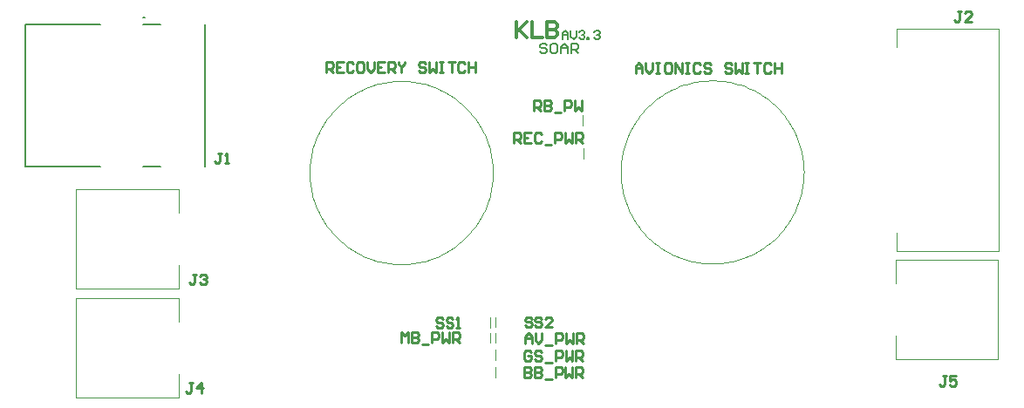
<source format=gto>
G04*
G04 #@! TF.GenerationSoftware,Altium Limited,Altium Designer,20.1.14 (287)*
G04*
G04 Layer_Color=65535*
%FSLAX25Y25*%
%MOIN*%
G70*
G04*
G04 #@! TF.SameCoordinates,F3919BB7-7B28-4886-AACB-0E40FDAB0E15*
G04*
G04*
G04 #@! TF.FilePolarity,Positive*
G04*
G01*
G75*
%ADD10C,0.00394*%
%ADD11C,0.00787*%
%ADD12C,0.00500*%
%ADD13C,0.01181*%
%ADD14C,0.01000*%
D10*
X153454Y88868D02*
X153439Y89868D01*
X153397Y90867D01*
X153325Y91864D01*
X153226Y92858D01*
X153097Y93849D01*
X152941Y94837D01*
X152757Y95819D01*
X152544Y96796D01*
X152304Y97766D01*
X152036Y98729D01*
X151741Y99684D01*
X151418Y100630D01*
X151069Y101567D01*
X150693Y102493D01*
X150291Y103408D01*
X149863Y104311D01*
X149409Y105202D01*
X148930Y106079D01*
X148426Y106942D01*
X147898Y107791D01*
X147345Y108624D01*
X146769Y109441D01*
X146170Y110241D01*
X145549Y111024D01*
X144905Y111789D01*
X144240Y112535D01*
X143553Y113261D01*
X142847Y113968D01*
X142120Y114655D01*
X141374Y115320D01*
X140609Y115963D01*
X139826Y116585D01*
X139026Y117184D01*
X138209Y117760D01*
X137376Y118312D01*
X136528Y118841D01*
X135664Y119345D01*
X134787Y119824D01*
X133896Y120278D01*
X132993Y120706D01*
X132078Y121108D01*
X131152Y121484D01*
X130215Y121833D01*
X129269Y122155D01*
X128314Y122451D01*
X127351Y122719D01*
X126381Y122959D01*
X125404Y123171D01*
X124422Y123356D01*
X123435Y123512D01*
X122443Y123640D01*
X121449Y123740D01*
X120452Y123811D01*
X119453Y123854D01*
X118454Y123869D01*
X117454Y123854D01*
X116456Y123811D01*
X115459Y123740D01*
X114464Y123640D01*
X113473Y123512D01*
X112485Y123356D01*
X111503Y123171D01*
X110526Y122959D01*
X109556Y122719D01*
X108593Y122451D01*
X107638Y122155D01*
X106692Y121833D01*
X105755Y121484D01*
X104829Y121108D01*
X103914Y120706D01*
X103011Y120278D01*
X102120Y119824D01*
X101243Y119345D01*
X100380Y118841D01*
X99531Y118312D01*
X98698Y117760D01*
X97881Y117184D01*
X97081Y116585D01*
X96298Y115963D01*
X95534Y115320D01*
X94788Y114655D01*
X94061Y113968D01*
X93354Y113261D01*
X92668Y112535D01*
X92002Y111789D01*
X91359Y111024D01*
X90737Y110241D01*
X90138Y109441D01*
X89562Y108624D01*
X89010Y107791D01*
X88481Y106942D01*
X87978Y106079D01*
X87498Y105202D01*
X87045Y104311D01*
X86616Y103408D01*
X86214Y102493D01*
X85838Y101567D01*
X85489Y100630D01*
X85167Y99684D01*
X84871Y98729D01*
X84604Y97766D01*
X84363Y96796D01*
X84151Y95819D01*
X83966Y94837D01*
X83810Y93850D01*
X83682Y92858D01*
X83582Y91864D01*
X83511Y90867D01*
X83468Y89868D01*
X83454Y88868D01*
X83468Y87869D01*
X83511Y86870D01*
X83582Y85873D01*
X83682Y84879D01*
X83810Y83887D01*
X83966Y82900D01*
X84151Y81918D01*
X84363Y80941D01*
X84604Y79971D01*
X84871Y79008D01*
X85167Y78053D01*
X85489Y77107D01*
X85838Y76170D01*
X86214Y75244D01*
X86616Y74329D01*
X87045Y73426D01*
X87498Y72535D01*
X87978Y71658D01*
X88481Y70795D01*
X89010Y69946D01*
X89562Y69113D01*
X90138Y68296D01*
X90737Y67496D01*
X91359Y66713D01*
X92002Y65948D01*
X92668Y65202D01*
X93354Y64476D01*
X94061Y63769D01*
X94788Y63082D01*
X95534Y62417D01*
X96298Y61774D01*
X97081Y61152D01*
X97881Y60553D01*
X98698Y59977D01*
X99531Y59425D01*
X100380Y58896D01*
X101243Y58392D01*
X102120Y57913D01*
X103011Y57459D01*
X103914Y57031D01*
X104829Y56629D01*
X105755Y56253D01*
X106692Y55904D01*
X107638Y55581D01*
X108593Y55286D01*
X109556Y55018D01*
X110526Y54778D01*
X111503Y54566D01*
X112486Y54381D01*
X113473Y54225D01*
X114464Y54097D01*
X115459Y53997D01*
X116456Y53926D01*
X117454Y53883D01*
X118454Y53869D01*
X119453Y53883D01*
X120452Y53926D01*
X121449Y53997D01*
X122443Y54097D01*
X123435Y54225D01*
X124422Y54381D01*
X125404Y54566D01*
X126381Y54778D01*
X127351Y55018D01*
X128314Y55286D01*
X129269Y55582D01*
X130215Y55904D01*
X131152Y56253D01*
X132078Y56629D01*
X132993Y57031D01*
X133896Y57460D01*
X134787Y57913D01*
X135664Y58392D01*
X136528Y58896D01*
X137376Y59425D01*
X138209Y59977D01*
X139026Y60553D01*
X139826Y61152D01*
X140609Y61774D01*
X141374Y62417D01*
X142120Y63082D01*
X142846Y63769D01*
X143553Y64476D01*
X144239Y65202D01*
X144905Y65948D01*
X145548Y66713D01*
X146170Y67496D01*
X146769Y68296D01*
X147345Y69113D01*
X147897Y69946D01*
X148426Y70794D01*
X148930Y71658D01*
X149409Y72535D01*
X149863Y73426D01*
X150291Y74329D01*
X150693Y75244D01*
X151069Y76170D01*
X151418Y77107D01*
X151741Y78053D01*
X152036Y79008D01*
X152304Y79971D01*
X152544Y80941D01*
X152757Y81918D01*
X152941Y82900D01*
X153097Y83887D01*
X153226Y84878D01*
X153325Y85873D01*
X153397Y86870D01*
X153439Y87869D01*
X153454Y88868D01*
X272284Y89099D02*
X272269Y90098D01*
X272227Y91097D01*
X272155Y92094D01*
X272056Y93088D01*
X271927Y94080D01*
X271771Y95067D01*
X271586Y96049D01*
X271374Y97026D01*
X271134Y97996D01*
X270866Y98959D01*
X270571Y99914D01*
X270248Y100860D01*
X269899Y101797D01*
X269523Y102723D01*
X269121Y103638D01*
X268693Y104541D01*
X268239Y105432D01*
X267760Y106309D01*
X267256Y107172D01*
X266727Y108021D01*
X266175Y108854D01*
X265599Y109671D01*
X265000Y110471D01*
X264379Y111254D01*
X263735Y112019D01*
X263070Y112765D01*
X262383Y113491D01*
X261677Y114198D01*
X260950Y114884D01*
X260204Y115550D01*
X259439Y116193D01*
X258656Y116815D01*
X257856Y117414D01*
X257039Y117990D01*
X256206Y118542D01*
X255358Y119071D01*
X254494Y119575D01*
X253617Y120054D01*
X252726Y120508D01*
X251823Y120936D01*
X250908Y121338D01*
X249982Y121714D01*
X249045Y122063D01*
X248099Y122386D01*
X247144Y122681D01*
X246181Y122949D01*
X245211Y123189D01*
X244234Y123401D01*
X243252Y123586D01*
X242265Y123742D01*
X241273Y123870D01*
X240279Y123970D01*
X239282Y124041D01*
X238283Y124084D01*
X237284Y124099D01*
X236284Y124084D01*
X235286Y124041D01*
X234289Y123970D01*
X233294Y123870D01*
X232303Y123742D01*
X231315Y123586D01*
X230333Y123401D01*
X229356Y123189D01*
X228386Y122949D01*
X227423Y122681D01*
X226468Y122386D01*
X225522Y122063D01*
X224585Y121714D01*
X223659Y121338D01*
X222744Y120936D01*
X221841Y120508D01*
X220950Y120054D01*
X220073Y119575D01*
X219210Y119071D01*
X218361Y118542D01*
X217528Y117990D01*
X216711Y117414D01*
X215911Y116815D01*
X215128Y116193D01*
X214364Y115550D01*
X213618Y114884D01*
X212891Y114198D01*
X212184Y113491D01*
X211498Y112765D01*
X210833Y112019D01*
X210189Y111254D01*
X209567Y110471D01*
X208968Y109671D01*
X208392Y108854D01*
X207840Y108021D01*
X207312Y107173D01*
X206808Y106309D01*
X206329Y105432D01*
X205875Y104541D01*
X205447Y103638D01*
X205044Y102723D01*
X204668Y101797D01*
X204319Y100860D01*
X203997Y99914D01*
X203701Y98959D01*
X203433Y97996D01*
X203193Y97026D01*
X202981Y96049D01*
X202796Y95067D01*
X202640Y94080D01*
X202512Y93088D01*
X202412Y92094D01*
X202341Y91097D01*
X202298Y90098D01*
X202284Y89099D01*
X202298Y88099D01*
X202341Y87100D01*
X202412Y86103D01*
X202512Y85109D01*
X202640Y84118D01*
X202796Y83130D01*
X202981Y82148D01*
X203193Y81171D01*
X203433Y80201D01*
X203701Y79238D01*
X203997Y78283D01*
X204319Y77337D01*
X204668Y76400D01*
X205044Y75474D01*
X205447Y74559D01*
X205875Y73656D01*
X206329Y72765D01*
X206808Y71888D01*
X207312Y71025D01*
X207840Y70176D01*
X208392Y69343D01*
X208968Y68526D01*
X209567Y67726D01*
X210189Y66943D01*
X210833Y66178D01*
X211498Y65432D01*
X212184Y64706D01*
X212891Y63999D01*
X213618Y63313D01*
X214364Y62647D01*
X215128Y62003D01*
X215911Y61382D01*
X216711Y60783D01*
X217528Y60207D01*
X218361Y59655D01*
X219210Y59126D01*
X220073Y58622D01*
X220950Y58143D01*
X221841Y57689D01*
X222744Y57261D01*
X223659Y56859D01*
X224586Y56483D01*
X225522Y56134D01*
X226468Y55812D01*
X227423Y55516D01*
X228386Y55248D01*
X229356Y55008D01*
X230333Y54796D01*
X231315Y54611D01*
X232303Y54455D01*
X233294Y54327D01*
X234289Y54227D01*
X235286Y54156D01*
X236284Y54113D01*
X237284Y54098D01*
X238283Y54113D01*
X239282Y54156D01*
X240279Y54227D01*
X241273Y54327D01*
X242265Y54455D01*
X243252Y54611D01*
X244234Y54796D01*
X245211Y55008D01*
X246181Y55248D01*
X247144Y55516D01*
X248099Y55812D01*
X249045Y56134D01*
X249982Y56483D01*
X250908Y56859D01*
X251823Y57261D01*
X252726Y57690D01*
X253617Y58143D01*
X254494Y58622D01*
X255358Y59126D01*
X256206Y59655D01*
X257039Y60207D01*
X257856Y60783D01*
X258656Y61382D01*
X259439Y62003D01*
X260204Y62647D01*
X260950Y63313D01*
X261676Y63999D01*
X262383Y64706D01*
X263070Y65432D01*
X263735Y66178D01*
X264378Y66943D01*
X265000Y67726D01*
X265599Y68526D01*
X266175Y69343D01*
X266727Y70176D01*
X267256Y71025D01*
X267760Y71888D01*
X268239Y72765D01*
X268692Y73656D01*
X269121Y74559D01*
X269523Y75474D01*
X269899Y76400D01*
X270248Y77337D01*
X270571Y78283D01*
X270866Y79238D01*
X271134Y80201D01*
X271374Y81171D01*
X271586Y82148D01*
X271771Y83130D01*
X271927Y84117D01*
X272056Y85109D01*
X272155Y86103D01*
X272227Y87100D01*
X272269Y88099D01*
X272284Y89098D01*
X154335Y10571D02*
Y14509D01*
X154295Y17142D02*
Y21079D01*
X154405Y29741D02*
Y33678D01*
Y23721D02*
Y27659D01*
X152545Y23731D02*
Y27668D01*
X152465Y29632D02*
Y33569D01*
X188205Y94301D02*
Y98238D01*
X187925Y106941D02*
Y110879D01*
X33334Y2788D02*
Y11784D01*
X-5741Y2788D02*
X33334D01*
X-5741D02*
Y40780D01*
X33334D01*
Y31784D02*
Y40780D01*
Y73585D02*
Y82581D01*
X-5741D02*
X33334D01*
X-5741Y44588D02*
Y82581D01*
Y44588D02*
X33334D01*
Y53584D01*
X307872Y136839D02*
X307872Y136839D01*
X307872Y136839D02*
Y144025D01*
Y65973D02*
X307872Y65973D01*
X307872Y58788D02*
Y65973D01*
Y58788D02*
X346848D01*
Y144025D01*
X307872D02*
X346848D01*
X307434Y46569D02*
Y55566D01*
X346509D01*
Y17573D02*
Y55566D01*
X307434Y17573D02*
X346509D01*
X307434D02*
Y26569D01*
D11*
X20507Y148354D02*
X19720D01*
X20507D01*
X174191Y137697D02*
X173535Y138353D01*
X172223D01*
X171567Y137697D01*
Y137041D01*
X172223Y136385D01*
X173535D01*
X174191Y135729D01*
Y135073D01*
X173535Y134417D01*
X172223D01*
X171567Y135073D01*
X177471Y138353D02*
X176159D01*
X175503Y137697D01*
Y135073D01*
X176159Y134417D01*
X177471D01*
X178127Y135073D01*
Y137697D01*
X177471Y138353D01*
X179439Y134417D02*
Y137041D01*
X180751Y138353D01*
X182063Y137041D01*
Y134417D01*
Y136385D01*
X179439D01*
X183375Y134417D02*
Y138353D01*
X185343D01*
X185998Y137697D01*
Y136385D01*
X185343Y135729D01*
X183375D01*
X184687D02*
X185998Y134417D01*
X180127Y139987D02*
Y142087D01*
X181177Y143136D01*
X182227Y142087D01*
Y139987D01*
Y141562D01*
X180127D01*
X183276Y143136D02*
Y141037D01*
X184326Y139987D01*
X185375Y141037D01*
Y143136D01*
X186425Y142611D02*
X186949Y143136D01*
X187999D01*
X188524Y142611D01*
Y142087D01*
X187999Y141562D01*
X187474D01*
X187999D01*
X188524Y141037D01*
Y140512D01*
X187999Y139987D01*
X186949D01*
X186425Y140512D01*
X189573Y139987D02*
Y140512D01*
X190098D01*
Y139987D01*
X189573D01*
X192197Y142611D02*
X192722Y143136D01*
X193771D01*
X194296Y142611D01*
Y142087D01*
X193771Y141562D01*
X193246D01*
X193771D01*
X194296Y141037D01*
Y140512D01*
X193771Y139987D01*
X192722D01*
X192197Y140512D01*
D12*
X-25319Y91268D02*
Y145598D01*
Y91268D02*
X3578D01*
X-25319Y145598D02*
X3578D01*
X43421Y91268D02*
Y145598D01*
X19720D02*
X26413D01*
X19720Y91268D02*
X26413D01*
D13*
X162461Y146455D02*
Y140551D01*
Y142519D01*
X166397Y146455D01*
X163445Y143503D01*
X166397Y140551D01*
X168365Y146455D02*
Y140551D01*
X172300D01*
X174268Y146455D02*
Y140551D01*
X177220D01*
X178204Y141535D01*
Y142519D01*
X177220Y143503D01*
X174268D01*
X177220D01*
X178204Y144487D01*
Y145471D01*
X177220Y146455D01*
X174268D01*
D14*
X168286Y33022D02*
X167630Y33678D01*
X166318D01*
X165662Y33022D01*
Y32366D01*
X166318Y31710D01*
X167630D01*
X168286Y31054D01*
Y30398D01*
X167630Y29742D01*
X166318D01*
X165662Y30398D01*
X172222Y33022D02*
X171566Y33678D01*
X170254D01*
X169598Y33022D01*
Y32366D01*
X170254Y31710D01*
X171566D01*
X172222Y31054D01*
Y30398D01*
X171566Y29742D01*
X170254D01*
X169598Y30398D01*
X176158Y29742D02*
X173534D01*
X176158Y32366D01*
Y33022D01*
X175502Y33678D01*
X174190D01*
X173534Y33022D01*
X134322Y32892D02*
X133666Y33548D01*
X132354D01*
X131698Y32892D01*
Y32236D01*
X132354Y31580D01*
X133666D01*
X134322Y30924D01*
Y30268D01*
X133666Y29612D01*
X132354D01*
X131698Y30268D01*
X138258Y32892D02*
X137602Y33548D01*
X136290D01*
X135634Y32892D01*
Y32236D01*
X136290Y31580D01*
X137602D01*
X138258Y30924D01*
Y30268D01*
X137602Y29612D01*
X136290D01*
X135634Y30268D01*
X139570Y29612D02*
X140882D01*
X140226D01*
Y33548D01*
X139570Y32892D01*
X161481Y100110D02*
Y104046D01*
X163449D01*
X164105Y103390D01*
Y102078D01*
X163449Y101422D01*
X161481D01*
X162793D02*
X164105Y100110D01*
X168040Y104046D02*
X165417D01*
Y100110D01*
X168040D01*
X165417Y102078D02*
X166728D01*
X171976Y103390D02*
X171320Y104046D01*
X170008D01*
X169352Y103390D01*
Y100766D01*
X170008Y100110D01*
X171320D01*
X171976Y100766D01*
X173288Y99454D02*
X175912D01*
X177224Y100110D02*
Y104046D01*
X179192D01*
X179848Y103390D01*
Y102078D01*
X179192Y101422D01*
X177224D01*
X181160Y104046D02*
Y100110D01*
X182472Y101422D01*
X183783Y100110D01*
Y104046D01*
X185095Y100110D02*
Y104046D01*
X187063D01*
X187719Y103390D01*
Y102078D01*
X187063Y101422D01*
X185095D01*
X186407D02*
X187719Y100110D01*
X169087Y112620D02*
Y116556D01*
X171054D01*
X171710Y115900D01*
Y114588D01*
X171054Y113932D01*
X169087D01*
X170398D02*
X171710Y112620D01*
X173022Y116556D02*
Y112620D01*
X174990D01*
X175646Y113276D01*
Y113932D01*
X174990Y114588D01*
X173022D01*
X174990D01*
X175646Y115244D01*
Y115900D01*
X174990Y116556D01*
X173022D01*
X176958Y111964D02*
X179582D01*
X180894Y112620D02*
Y116556D01*
X182862D01*
X183518Y115900D01*
Y114588D01*
X182862Y113932D01*
X180894D01*
X184830Y116556D02*
Y112620D01*
X186142Y113932D01*
X187453Y112620D01*
Y116556D01*
X118439Y23920D02*
Y27856D01*
X119751Y26544D01*
X121063Y27856D01*
Y23920D01*
X122374Y27856D02*
Y23920D01*
X124342D01*
X124998Y24576D01*
Y25232D01*
X124342Y25888D01*
X122374D01*
X124342D01*
X124998Y26544D01*
Y27200D01*
X124342Y27856D01*
X122374D01*
X126310Y23264D02*
X128934D01*
X130246Y23920D02*
Y27856D01*
X132214D01*
X132870Y27200D01*
Y25888D01*
X132214Y25232D01*
X130246D01*
X134182Y27856D02*
Y23920D01*
X135494Y25232D01*
X136805Y23920D01*
Y27856D01*
X138117Y23920D02*
Y27856D01*
X140085D01*
X140741Y27200D01*
Y25888D01*
X140085Y25232D01*
X138117D01*
X139429D02*
X140741Y23920D01*
X168193Y20260D02*
X167537Y20916D01*
X166225D01*
X165569Y20260D01*
Y17636D01*
X166225Y16980D01*
X167537D01*
X168193Y17636D01*
Y18948D01*
X166881D01*
X172128Y20260D02*
X171472Y20916D01*
X170160D01*
X169504Y20260D01*
Y19604D01*
X170160Y18948D01*
X171472D01*
X172128Y18292D01*
Y17636D01*
X171472Y16980D01*
X170160D01*
X169504Y17636D01*
X173440Y16324D02*
X176064D01*
X177376Y16980D02*
Y20916D01*
X179344D01*
X180000Y20260D01*
Y18948D01*
X179344Y18292D01*
X177376D01*
X181312Y20916D02*
Y16980D01*
X182624Y18292D01*
X183935Y16980D01*
Y20916D01*
X185247Y16980D02*
Y20916D01*
X187215D01*
X187871Y20260D01*
Y18948D01*
X187215Y18292D01*
X185247D01*
X186559D02*
X187871Y16980D01*
X165519Y14456D02*
Y10520D01*
X167487D01*
X168143Y11176D01*
Y11832D01*
X167487Y12488D01*
X165519D01*
X167487D01*
X168143Y13144D01*
Y13800D01*
X167487Y14456D01*
X165519D01*
X169455D02*
Y10520D01*
X171422D01*
X172078Y11176D01*
Y11832D01*
X171422Y12488D01*
X169455D01*
X171422D01*
X172078Y13144D01*
Y13800D01*
X171422Y14456D01*
X169455D01*
X173390Y9864D02*
X176014D01*
X177326Y10520D02*
Y14456D01*
X179294D01*
X179950Y13800D01*
Y12488D01*
X179294Y11832D01*
X177326D01*
X181262Y14456D02*
Y10520D01*
X182574Y11832D01*
X183886Y10520D01*
Y14456D01*
X185197Y10520D02*
Y14456D01*
X187165D01*
X187821Y13800D01*
Y12488D01*
X187165Y11832D01*
X185197D01*
X186509D02*
X187821Y10520D01*
X165679Y23530D02*
Y26154D01*
X166991Y27466D01*
X168303Y26154D01*
Y23530D01*
Y25498D01*
X165679D01*
X169615Y27466D02*
Y24842D01*
X170926Y23530D01*
X172238Y24842D01*
Y27466D01*
X173550Y22874D02*
X176174D01*
X177486Y23530D02*
Y27466D01*
X179454D01*
X180110Y26810D01*
Y25498D01*
X179454Y24842D01*
X177486D01*
X181422Y27466D02*
Y23530D01*
X182734Y24842D01*
X184046Y23530D01*
Y27466D01*
X185357Y23530D02*
Y27466D01*
X187325D01*
X187981Y26810D01*
Y25498D01*
X187325Y24842D01*
X185357D01*
X186669D02*
X187981Y23530D01*
X207950Y126830D02*
Y129454D01*
X209262Y130766D01*
X210574Y129454D01*
Y126830D01*
Y128798D01*
X207950D01*
X211886Y130766D02*
Y128142D01*
X213198Y126830D01*
X214510Y128142D01*
Y130766D01*
X215822D02*
X217133D01*
X216477D01*
Y126830D01*
X215822D01*
X217133D01*
X221069Y130766D02*
X219757D01*
X219101Y130110D01*
Y127486D01*
X219757Y126830D01*
X221069D01*
X221725Y127486D01*
Y130110D01*
X221069Y130766D01*
X223037Y126830D02*
Y130766D01*
X225661Y126830D01*
Y130766D01*
X226973D02*
X228285D01*
X227629D01*
Y126830D01*
X226973D01*
X228285D01*
X232876Y130110D02*
X232220Y130766D01*
X230908D01*
X230253Y130110D01*
Y127486D01*
X230908Y126830D01*
X232220D01*
X232876Y127486D01*
X236812Y130110D02*
X236156Y130766D01*
X234844D01*
X234188Y130110D01*
Y129454D01*
X234844Y128798D01*
X236156D01*
X236812Y128142D01*
Y127486D01*
X236156Y126830D01*
X234844D01*
X234188Y127486D01*
X244684Y130110D02*
X244028Y130766D01*
X242716D01*
X242060Y130110D01*
Y129454D01*
X242716Y128798D01*
X244028D01*
X244684Y128142D01*
Y127486D01*
X244028Y126830D01*
X242716D01*
X242060Y127486D01*
X245995Y130766D02*
Y126830D01*
X247307Y128142D01*
X248619Y126830D01*
Y130766D01*
X249931D02*
X251243D01*
X250587D01*
Y126830D01*
X249931D01*
X251243D01*
X253211Y130766D02*
X255835D01*
X254523D01*
Y126830D01*
X259771Y130110D02*
X259115Y130766D01*
X257803D01*
X257147Y130110D01*
Y127486D01*
X257803Y126830D01*
X259115D01*
X259771Y127486D01*
X261083Y130766D02*
Y126830D01*
Y128798D01*
X263706D01*
Y130766D01*
Y126830D01*
X89750Y127330D02*
Y131266D01*
X91718D01*
X92374Y130610D01*
Y129298D01*
X91718Y128642D01*
X89750D01*
X91062D02*
X92374Y127330D01*
X96310Y131266D02*
X93686D01*
Y127330D01*
X96310D01*
X93686Y129298D02*
X94998D01*
X100245Y130610D02*
X99589Y131266D01*
X98277D01*
X97622Y130610D01*
Y127986D01*
X98277Y127330D01*
X99589D01*
X100245Y127986D01*
X103525Y131266D02*
X102213D01*
X101557Y130610D01*
Y127986D01*
X102213Y127330D01*
X103525D01*
X104181Y127986D01*
Y130610D01*
X103525Y131266D01*
X105493D02*
Y128642D01*
X106805Y127330D01*
X108117Y128642D01*
Y131266D01*
X112053D02*
X109429D01*
Y127330D01*
X112053D01*
X109429Y129298D02*
X110741D01*
X113364Y127330D02*
Y131266D01*
X115332D01*
X115988Y130610D01*
Y129298D01*
X115332Y128642D01*
X113364D01*
X114676D02*
X115988Y127330D01*
X117300Y131266D02*
Y130610D01*
X118612Y129298D01*
X119924Y130610D01*
Y131266D01*
X118612Y129298D02*
Y127330D01*
X127796Y130610D02*
X127139Y131266D01*
X125828D01*
X125172Y130610D01*
Y129954D01*
X125828Y129298D01*
X127139D01*
X127796Y128642D01*
Y127986D01*
X127139Y127330D01*
X125828D01*
X125172Y127986D01*
X129107Y131266D02*
Y127330D01*
X130419Y128642D01*
X131731Y127330D01*
Y131266D01*
X133043D02*
X134355D01*
X133699D01*
Y127330D01*
X133043D01*
X134355D01*
X136323Y131266D02*
X138947D01*
X137635D01*
Y127330D01*
X142883Y130610D02*
X142227Y131266D01*
X140915D01*
X140259Y130610D01*
Y127986D01*
X140915Y127330D01*
X142227D01*
X142883Y127986D01*
X144194Y131266D02*
Y127330D01*
Y129298D01*
X146818D01*
Y131266D01*
Y127330D01*
X49704Y96356D02*
X48392D01*
X49048D01*
Y93076D01*
X48392Y92420D01*
X47736D01*
X47080Y93076D01*
X51016Y92420D02*
X52328D01*
X51672D01*
Y96356D01*
X51016Y95700D01*
X326644Y11046D02*
X325332D01*
X325988D01*
Y7766D01*
X325332Y7110D01*
X324676D01*
X324020Y7766D01*
X330580Y11046D02*
X327956D01*
Y9078D01*
X329268Y9734D01*
X329924D01*
X330580Y9078D01*
Y7766D01*
X329924Y7110D01*
X328612D01*
X327956Y7766D01*
X38784Y8466D02*
X37472D01*
X38128D01*
Y5186D01*
X37472Y4530D01*
X36816D01*
X36160Y5186D01*
X42064Y4530D02*
Y8466D01*
X40096Y6498D01*
X42720D01*
X40056Y50016D02*
X38744D01*
X39400D01*
Y46736D01*
X38744Y46080D01*
X38088D01*
X37432Y46736D01*
X41368Y49360D02*
X42024Y50016D01*
X43336D01*
X43992Y49360D01*
Y48704D01*
X43336Y48048D01*
X42680D01*
X43336D01*
X43992Y47392D01*
Y46736D01*
X43336Y46080D01*
X42024D01*
X41368Y46736D01*
X332554Y150586D02*
X331242D01*
X331898D01*
Y147306D01*
X331242Y146650D01*
X330586D01*
X329930Y147306D01*
X336490Y146650D02*
X333866D01*
X336490Y149274D01*
Y149930D01*
X335834Y150586D01*
X334522D01*
X333866Y149930D01*
M02*

</source>
